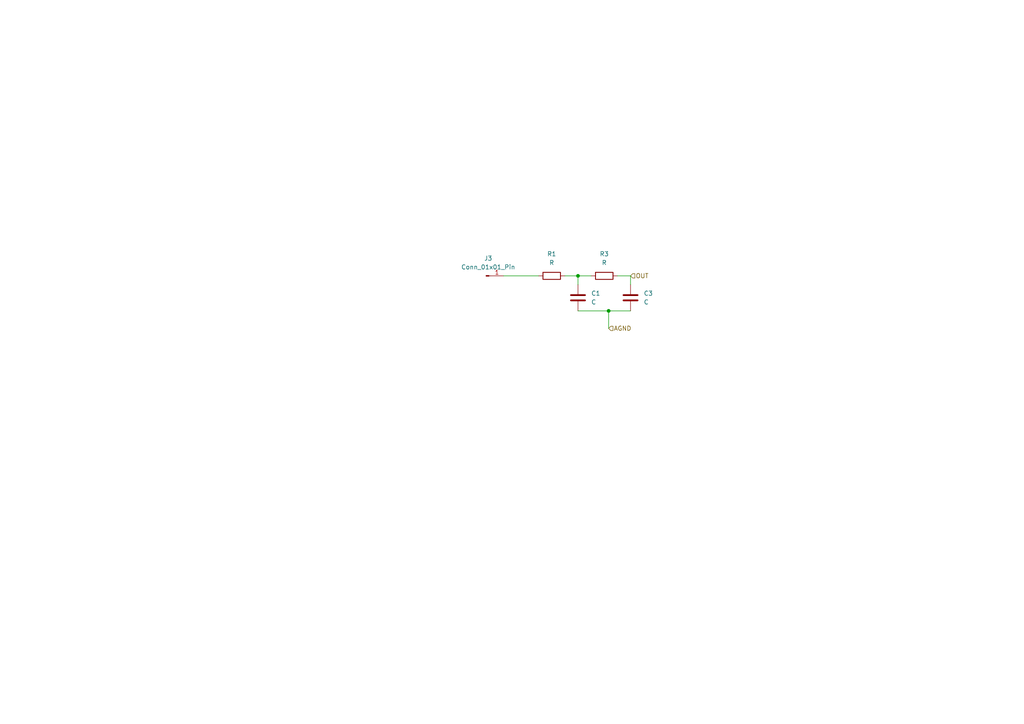
<source format=kicad_sch>
(kicad_sch (version 20231120) (generator "eeschema") (generator_version "8.0")
  (paper "A4")
  (lib_symbols
    (symbol "Connector:Conn_01x01_Pin" (pin_names (offset 1.016) hide)
      (property "Reference" "J" (at 0 2.54 0))
      (property "Value" "Conn_01x01_Pin" (at 0 -2.54 0))
      (symbol "Conn_01x01_Pin_1_1"
        (polyline (pts (xy 1.27 0) (xy 0.8636 0)) (stroke (width 0.1524)))
        (rectangle (start 0.8636 0.127) (end 0 -0.127) (stroke (width 0.1524)) (fill (type outline)))
        (pin passive line (at 5.08 0 180) (length 3.81) (name "Pin_1") (number "1"))
      )
    )
    (symbol "Device:C" (pin_numbers hide) (pin_names (offset 0.254))
      (property "Reference" "C" (at 0.635 2.54 0))
      (property "Value" "C" (at 0.635 -2.54 0))
      (symbol "C_0_1"
        (polyline (pts (xy -2.032 -0.762) (xy 2.032 -0.762)) (stroke (width 0.508)))
        (polyline (pts (xy -2.032 0.762) (xy 2.032 0.762)) (stroke (width 0.508)))
      )
      (symbol "C_1_1"
        (pin passive line (at 0 3.81 270) (length 2.794) (name "~") (number "1"))
        (pin passive line (at 0 -3.81 90) (length 2.794) (name "~") (number "2"))
      )
    )
    (symbol "Device:R" (pin_numbers hide) (pin_names (offset 0))
      (property "Reference" "R" (at 2.032 0 90))
      (property "Value" "R" (at 0 0 90))
      (symbol "R_0_1"
        (rectangle (start -1.016 -2.54) (end 1.016 2.54) (stroke (width 0.254)))
      )
      (symbol "R_1_1"
        (pin passive line (at 0 3.81 270) (length 1.27) (name "~") (number "1"))
        (pin passive line (at 0 -3.81 90) (length 1.27) (name "~") (number "2"))
      )
    )
  )
  (junction (at 176.53 90.17))
  (junction (at 167.64 80.01))
  (wire (pts (xy 167.64 90.17) (xy 176.53 90.17)))
  (wire (pts (xy 176.53 90.17) (xy 182.88 90.17)))
  (wire (pts (xy 163.83 80.01) (xy 167.64 80.01)))
  (wire (pts (xy 182.88 80.01) (xy 182.88 82.55)))
  (wire (pts (xy 179.07 80.01) (xy 182.88 80.01)))
  (wire (pts (xy 146.05 80.01) (xy 156.21 80.01)))
  (wire (pts (xy 167.64 80.01) (xy 167.64 82.55)))
  (wire (pts (xy 176.53 90.17) (xy 176.53 95.25)))
  (wire (pts (xy 167.64 80.01) (xy 171.45 80.01)))
  (hierarchical_label "AGND" (shape input) (at 176.53 95.25 0))
  (hierarchical_label "OUT" (shape input) (at 182.88 80.01 0))
  (symbol (lib_id "Device:C") (at 182.88 86.36 0) (unit 1)
    (property "Reference" "C3" (at 186.69 85.0899 0) (effects (justify left)))
    (property "Value" "C" (at 186.69 87.6299 0) (effects (justify left)))
    (property "Footprint" "Capacitor_SMD:C_0402_1005Metric" (effects (hide yes)))
    (property "Description" "Unpolarized capacitor" (effects (hide yes)))
  )
  (symbol (lib_id "Device:R") (at 160.02 80.01 90) (unit 1)
    (property "Reference" "R1" (at 160.02 73.66 90))
    (property "Value" "R" (at 160.02 76.2 90))
    (property "Footprint" "Resistor_SMD:R_0402_1005Metric_Pad0.72x0.64mm_HandSolder" (effects (hide yes)))
    (property "Description" "Resistor" (effects (hide yes)))
  )
  (symbol (lib_id "Device:R") (at 175.26 80.01 90) (unit 1)
    (property "Reference" "R3" (at 175.26 73.66 90))
    (property "Value" "R" (at 175.26 76.2 90))
    (property "Footprint" "Resistor_SMD:R_0402_1005Metric_Pad0.72x0.64mm_HandSolder" (effects (hide yes)))
    (property "Description" "Resistor" (effects (hide yes)))
  )
  (symbol (lib_id "Device:C") (at 167.64 86.36 0) (unit 1)
    (property "Reference" "C1" (at 171.45 85.0899 0) (effects (justify left)))
    (property "Value" "C" (at 171.45 87.6299 0) (effects (justify left)))
    (property "Footprint" "Capacitor_SMD:C_0402_1005Metric" (effects (hide yes)))
    (property "Description" "Unpolarized capacitor" (effects (hide yes)))
  )
  (symbol (lib_id "Connector:Conn_01x01_Pin") (at 140.97 80.01 0) (unit 1)
    (property "Reference" "J3" (at 141.605 74.93 0))
    (property "Value" "Conn_01x01_Pin" (at 141.605 77.47 0))
    (property "Footprint" "Connector_PinHeader_1.27mm:PinHeader_1x01_P1.27mm_Vertical" (effects (hide yes)))
    (property "Description" "Generic connector, single row, 01x01, script generated" (effects (hide yes)))
  )
)
</source>
